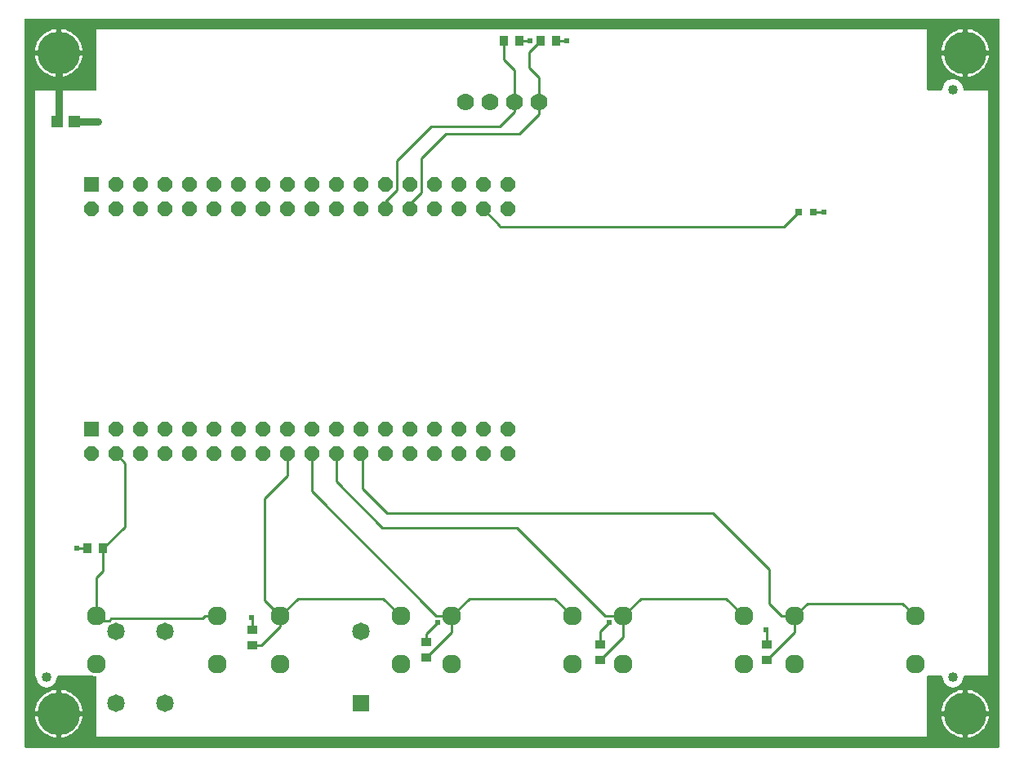
<source format=gbr>
G04 EAGLE Gerber RS-274X export*
G75*
%MOMM*%
%FSLAX34Y34*%
%LPD*%
%INTop Copper*%
%IPPOS*%
%AMOC8*
5,1,8,0,0,1.08239X$1,22.5*%
G01*
%ADD10R,0.800000X0.800000*%
%ADD11C,1.016000*%
%ADD12C,1.820000*%
%ADD13R,1.820000X1.820000*%
%ADD14C,4.445000*%
%ADD15R,0.949959X1.031241*%
%ADD16R,1.031241X0.949959*%
%ADD17R,1.143000X1.270000*%
%ADD18C,1.960000*%
%ADD19C,1.778000*%
%ADD20R,1.524000X1.524000*%
%ADD21P,1.649562X8X22.500000*%
%ADD22C,0.254000*%
%ADD23C,0.609600*%
%ADD24C,0.736600*%

G36*
X1013444Y758308D02*
X1013444Y758308D01*
X1013437Y758427D01*
X1013424Y758465D01*
X1013419Y758506D01*
X1013376Y758616D01*
X1013339Y758729D01*
X1013317Y758764D01*
X1013302Y758801D01*
X1013233Y758897D01*
X1013169Y758998D01*
X1013139Y759026D01*
X1013116Y759059D01*
X1013024Y759135D01*
X1012937Y759216D01*
X1012902Y759236D01*
X1012871Y759261D01*
X1012763Y759312D01*
X1012659Y759370D01*
X1012619Y759380D01*
X1012583Y759397D01*
X1012466Y759419D01*
X1012351Y759449D01*
X1012291Y759453D01*
X1012271Y759457D01*
X1012250Y759455D01*
X1012190Y759459D01*
X3810Y759459D01*
X3692Y759444D01*
X3573Y759437D01*
X3535Y759424D01*
X3494Y759419D01*
X3384Y759376D01*
X3271Y759339D01*
X3236Y759317D01*
X3199Y759302D01*
X3103Y759233D01*
X3002Y759169D01*
X2974Y759139D01*
X2941Y759116D01*
X2865Y759024D01*
X2784Y758937D01*
X2764Y758902D01*
X2739Y758871D01*
X2688Y758763D01*
X2630Y758659D01*
X2620Y758619D01*
X2603Y758583D01*
X2581Y758466D01*
X2551Y758351D01*
X2547Y758291D01*
X2543Y758271D01*
X2545Y758250D01*
X2541Y758190D01*
X2541Y3810D01*
X2556Y3692D01*
X2563Y3573D01*
X2576Y3535D01*
X2581Y3494D01*
X2624Y3384D01*
X2661Y3271D01*
X2683Y3236D01*
X2698Y3199D01*
X2767Y3103D01*
X2831Y3002D01*
X2861Y2974D01*
X2884Y2941D01*
X2976Y2865D01*
X3063Y2784D01*
X3098Y2764D01*
X3129Y2739D01*
X3237Y2688D01*
X3341Y2630D01*
X3381Y2620D01*
X3417Y2603D01*
X3534Y2581D01*
X3649Y2551D01*
X3709Y2547D01*
X3729Y2543D01*
X3750Y2545D01*
X3810Y2541D01*
X1012190Y2541D01*
X1012308Y2556D01*
X1012427Y2563D01*
X1012465Y2576D01*
X1012506Y2581D01*
X1012616Y2624D01*
X1012729Y2661D01*
X1012764Y2683D01*
X1012801Y2698D01*
X1012897Y2767D01*
X1012998Y2831D01*
X1013026Y2861D01*
X1013059Y2884D01*
X1013135Y2976D01*
X1013216Y3063D01*
X1013236Y3098D01*
X1013261Y3129D01*
X1013312Y3237D01*
X1013370Y3341D01*
X1013380Y3381D01*
X1013397Y3417D01*
X1013419Y3534D01*
X1013449Y3649D01*
X1013453Y3709D01*
X1013457Y3729D01*
X1013455Y3750D01*
X1013459Y3810D01*
X1013459Y758190D01*
X1013444Y758308D01*
G37*
%LPC*%
G36*
X76200Y684531D02*
X76200Y684531D01*
X76318Y684546D01*
X76437Y684553D01*
X76475Y684566D01*
X76516Y684571D01*
X76626Y684614D01*
X76739Y684651D01*
X76774Y684673D01*
X76811Y684688D01*
X76907Y684758D01*
X77008Y684821D01*
X77036Y684851D01*
X77069Y684874D01*
X77145Y684966D01*
X77226Y685053D01*
X77246Y685088D01*
X77271Y685119D01*
X77322Y685227D01*
X77380Y685331D01*
X77390Y685371D01*
X77407Y685407D01*
X77429Y685524D01*
X77459Y685639D01*
X77463Y685700D01*
X77467Y685720D01*
X77465Y685740D01*
X77469Y685800D01*
X77469Y748031D01*
X938531Y748031D01*
X938531Y685800D01*
X938546Y685682D01*
X938553Y685563D01*
X938566Y685525D01*
X938571Y685484D01*
X938614Y685374D01*
X938651Y685261D01*
X938673Y685226D01*
X938688Y685189D01*
X938758Y685093D01*
X938821Y684992D01*
X938851Y684964D01*
X938874Y684931D01*
X938966Y684856D01*
X939053Y684774D01*
X939088Y684754D01*
X939119Y684729D01*
X939227Y684678D01*
X939331Y684620D01*
X939371Y684610D01*
X939407Y684593D01*
X939524Y684571D01*
X939639Y684541D01*
X939700Y684537D01*
X939720Y684533D01*
X939740Y684535D01*
X939800Y684531D01*
X952822Y684531D01*
X952934Y684545D01*
X953046Y684551D01*
X953091Y684565D01*
X953138Y684571D01*
X953242Y684612D01*
X953350Y684645D01*
X953390Y684670D01*
X953434Y684688D01*
X953524Y684754D01*
X953620Y684813D01*
X953653Y684847D01*
X953691Y684874D01*
X953763Y684961D01*
X953840Y685042D01*
X953864Y685083D01*
X953894Y685119D01*
X953942Y685221D01*
X953997Y685319D01*
X954020Y685388D01*
X954029Y685407D01*
X954033Y685425D01*
X954048Y685472D01*
X955619Y691332D01*
X959668Y695381D01*
X965200Y696864D01*
X970732Y695381D01*
X974781Y691332D01*
X976352Y685472D01*
X976394Y685367D01*
X976429Y685261D01*
X976454Y685221D01*
X976472Y685177D01*
X976539Y685087D01*
X976599Y684992D01*
X976633Y684960D01*
X976661Y684922D01*
X976749Y684851D01*
X976831Y684774D01*
X976872Y684751D01*
X976908Y684722D01*
X977011Y684675D01*
X977109Y684620D01*
X977155Y684609D01*
X977198Y684589D01*
X977308Y684569D01*
X977417Y684541D01*
X977489Y684536D01*
X977511Y684533D01*
X977529Y684534D01*
X977578Y684531D01*
X1002031Y684531D01*
X1002031Y77469D01*
X977578Y77469D01*
X977466Y77455D01*
X977354Y77449D01*
X977348Y77447D01*
X977341Y77447D01*
X977302Y77434D01*
X977262Y77429D01*
X977157Y77388D01*
X977050Y77355D01*
X977045Y77351D01*
X977038Y77349D01*
X977004Y77327D01*
X976966Y77312D01*
X976875Y77246D01*
X976780Y77187D01*
X976775Y77182D01*
X976770Y77179D01*
X976742Y77149D01*
X976709Y77126D01*
X976637Y77039D01*
X976560Y76958D01*
X976556Y76952D01*
X976552Y76947D01*
X976532Y76912D01*
X976506Y76881D01*
X976458Y76779D01*
X976403Y76681D01*
X976400Y76672D01*
X976398Y76669D01*
X976395Y76658D01*
X976380Y76612D01*
X976371Y76593D01*
X976367Y76575D01*
X976352Y76528D01*
X974781Y70668D01*
X970732Y66619D01*
X965200Y65136D01*
X959668Y66619D01*
X955619Y70668D01*
X954048Y76528D01*
X954006Y76632D01*
X953971Y76739D01*
X953950Y76774D01*
X953935Y76811D01*
X953931Y76817D01*
X953928Y76823D01*
X953861Y76913D01*
X953801Y77008D01*
X953772Y77036D01*
X953748Y77069D01*
X953743Y77073D01*
X953739Y77078D01*
X953652Y77149D01*
X953569Y77226D01*
X953534Y77246D01*
X953503Y77271D01*
X953497Y77274D01*
X953492Y77278D01*
X953390Y77325D01*
X953291Y77380D01*
X953252Y77390D01*
X953215Y77407D01*
X953208Y77408D01*
X953202Y77411D01*
X953092Y77431D01*
X952983Y77459D01*
X952923Y77463D01*
X952903Y77467D01*
X952896Y77466D01*
X952889Y77467D01*
X952871Y77466D01*
X952822Y77469D01*
X939800Y77469D01*
X939682Y77454D01*
X939563Y77447D01*
X939525Y77434D01*
X939484Y77429D01*
X939374Y77386D01*
X939261Y77349D01*
X939226Y77327D01*
X939189Y77312D01*
X939093Y77243D01*
X938992Y77179D01*
X938964Y77149D01*
X938931Y77126D01*
X938856Y77034D01*
X938774Y76947D01*
X938754Y76912D01*
X938729Y76881D01*
X938678Y76773D01*
X938620Y76669D01*
X938610Y76629D01*
X938593Y76593D01*
X938571Y76476D01*
X938541Y76361D01*
X938537Y76301D01*
X938533Y76281D01*
X938535Y76260D01*
X938531Y76200D01*
X938531Y13969D01*
X77469Y13969D01*
X77469Y75690D01*
X77454Y75808D01*
X77447Y75927D01*
X77434Y75965D01*
X77429Y76006D01*
X77386Y76116D01*
X77349Y76229D01*
X77327Y76264D01*
X77312Y76301D01*
X77243Y76397D01*
X77179Y76498D01*
X77149Y76526D01*
X77126Y76559D01*
X77034Y76635D01*
X76947Y76716D01*
X76912Y76736D01*
X76881Y76761D01*
X76773Y76812D01*
X76669Y76870D01*
X76629Y76880D01*
X76593Y76897D01*
X76476Y76919D01*
X76361Y76949D01*
X76301Y76953D01*
X76281Y76957D01*
X76260Y76955D01*
X76200Y76959D01*
X74745Y76959D01*
X73747Y77373D01*
X73738Y77375D01*
X73730Y77380D01*
X73586Y77417D01*
X73441Y77457D01*
X73431Y77457D01*
X73422Y77459D01*
X73262Y77469D01*
X37778Y77469D01*
X37666Y77455D01*
X37554Y77449D01*
X37509Y77435D01*
X37462Y77429D01*
X37358Y77388D01*
X37250Y77355D01*
X37210Y77330D01*
X37166Y77312D01*
X37076Y77247D01*
X36980Y77187D01*
X36947Y77153D01*
X36909Y77126D01*
X36837Y77039D01*
X36760Y76958D01*
X36736Y76917D01*
X36706Y76881D01*
X36658Y76779D01*
X36603Y76681D01*
X36580Y76612D01*
X36571Y76593D01*
X36567Y76575D01*
X36552Y76529D01*
X34981Y70668D01*
X30932Y66619D01*
X25400Y65136D01*
X19868Y66619D01*
X15819Y70668D01*
X14248Y76528D01*
X14206Y76632D01*
X14171Y76739D01*
X14150Y76774D01*
X14135Y76811D01*
X14131Y76817D01*
X14128Y76823D01*
X14061Y76913D01*
X14001Y77008D01*
X13972Y77036D01*
X13969Y77039D01*
X13969Y684531D01*
X76200Y684531D01*
G37*
%LPD*%
%LPC*%
G36*
X40639Y726439D02*
X40639Y726439D01*
X40639Y748536D01*
X42255Y748354D01*
X44967Y747735D01*
X47592Y746817D01*
X50099Y745610D01*
X52454Y744130D01*
X54629Y742395D01*
X56595Y740429D01*
X58330Y738254D01*
X59810Y735899D01*
X61017Y733392D01*
X61935Y730767D01*
X62554Y728055D01*
X62736Y726439D01*
X40639Y726439D01*
G37*
%LPD*%
%LPC*%
G36*
X980439Y726439D02*
X980439Y726439D01*
X980439Y748536D01*
X982055Y748354D01*
X984767Y747735D01*
X987392Y746817D01*
X989899Y745610D01*
X992254Y744130D01*
X994429Y742395D01*
X996395Y740429D01*
X998130Y738254D01*
X999610Y735899D01*
X1000817Y733392D01*
X1001735Y730767D01*
X1002354Y728055D01*
X1002536Y726439D01*
X980439Y726439D01*
G37*
%LPD*%
%LPC*%
G36*
X40639Y40639D02*
X40639Y40639D01*
X40639Y62736D01*
X42255Y62554D01*
X44967Y61935D01*
X47592Y61017D01*
X50099Y59810D01*
X52454Y58330D01*
X54629Y56595D01*
X56595Y54629D01*
X58330Y52454D01*
X59810Y50099D01*
X61017Y47592D01*
X61935Y44967D01*
X62554Y42255D01*
X62736Y40639D01*
X40639Y40639D01*
G37*
%LPD*%
%LPC*%
G36*
X980439Y40639D02*
X980439Y40639D01*
X980439Y62736D01*
X982055Y62554D01*
X984767Y61935D01*
X987392Y61017D01*
X989899Y59810D01*
X992254Y58330D01*
X994429Y56595D01*
X996395Y54629D01*
X998130Y52454D01*
X999610Y50099D01*
X1000817Y47592D01*
X1001735Y44967D01*
X1002354Y42255D01*
X1002536Y40639D01*
X980439Y40639D01*
G37*
%LPD*%
%LPC*%
G36*
X13464Y726439D02*
X13464Y726439D01*
X13646Y728055D01*
X14265Y730767D01*
X15183Y733392D01*
X16390Y735899D01*
X17870Y738254D01*
X19605Y740429D01*
X21571Y742395D01*
X23746Y744130D01*
X26101Y745610D01*
X28608Y746817D01*
X31233Y747735D01*
X33945Y748354D01*
X35561Y748536D01*
X35561Y726439D01*
X13464Y726439D01*
G37*
%LPD*%
%LPC*%
G36*
X953264Y726439D02*
X953264Y726439D01*
X953446Y728055D01*
X954065Y730767D01*
X954983Y733392D01*
X956190Y735899D01*
X957670Y738254D01*
X959405Y740429D01*
X961371Y742395D01*
X963546Y744130D01*
X965901Y745610D01*
X968408Y746817D01*
X971033Y747735D01*
X973745Y748354D01*
X975361Y748536D01*
X975361Y726439D01*
X953264Y726439D01*
G37*
%LPD*%
%LPC*%
G36*
X40639Y721361D02*
X40639Y721361D01*
X62736Y721361D01*
X62554Y719745D01*
X61935Y717033D01*
X61017Y714408D01*
X59810Y711901D01*
X58330Y709546D01*
X56595Y707371D01*
X54629Y705405D01*
X52454Y703670D01*
X50099Y702190D01*
X47592Y700983D01*
X44967Y700065D01*
X42255Y699446D01*
X40639Y699264D01*
X40639Y721361D01*
G37*
%LPD*%
%LPC*%
G36*
X980439Y721361D02*
X980439Y721361D01*
X1002536Y721361D01*
X1002354Y719745D01*
X1001735Y717033D01*
X1000817Y714408D01*
X999610Y711901D01*
X998130Y709546D01*
X996395Y707371D01*
X994429Y705405D01*
X992254Y703670D01*
X989899Y702190D01*
X987392Y700983D01*
X984767Y700065D01*
X982055Y699446D01*
X980439Y699264D01*
X980439Y721361D01*
G37*
%LPD*%
%LPC*%
G36*
X13464Y40639D02*
X13464Y40639D01*
X13646Y42255D01*
X14265Y44967D01*
X15183Y47592D01*
X16390Y50099D01*
X17870Y52454D01*
X19605Y54629D01*
X21571Y56595D01*
X23746Y58330D01*
X26101Y59810D01*
X28608Y61017D01*
X31233Y61935D01*
X33945Y62554D01*
X35561Y62736D01*
X35561Y40639D01*
X13464Y40639D01*
G37*
%LPD*%
%LPC*%
G36*
X953264Y40639D02*
X953264Y40639D01*
X953446Y42255D01*
X954065Y44967D01*
X954983Y47592D01*
X956190Y50099D01*
X957670Y52454D01*
X959405Y54629D01*
X961371Y56595D01*
X963546Y58330D01*
X965901Y59810D01*
X968408Y61017D01*
X971033Y61935D01*
X973745Y62554D01*
X975361Y62736D01*
X975361Y40639D01*
X953264Y40639D01*
G37*
%LPD*%
%LPC*%
G36*
X980439Y35561D02*
X980439Y35561D01*
X1002536Y35561D01*
X1002354Y33945D01*
X1001735Y31233D01*
X1000817Y28608D01*
X999610Y26101D01*
X998130Y23746D01*
X996395Y21571D01*
X994429Y19605D01*
X992254Y17870D01*
X989899Y16390D01*
X987392Y15183D01*
X984767Y14265D01*
X982055Y13646D01*
X980439Y13464D01*
X980439Y35561D01*
G37*
%LPD*%
%LPC*%
G36*
X40639Y35561D02*
X40639Y35561D01*
X62736Y35561D01*
X62554Y33945D01*
X61935Y31233D01*
X61017Y28608D01*
X59810Y26101D01*
X58330Y23746D01*
X56595Y21571D01*
X54629Y19605D01*
X52454Y17870D01*
X50099Y16390D01*
X47592Y15183D01*
X44967Y14265D01*
X42255Y13646D01*
X40639Y13464D01*
X40639Y35561D01*
G37*
%LPD*%
%LPC*%
G36*
X33945Y699446D02*
X33945Y699446D01*
X31233Y700065D01*
X28608Y700983D01*
X26101Y702190D01*
X23746Y703670D01*
X21571Y705405D01*
X19605Y707371D01*
X17870Y709546D01*
X16390Y711901D01*
X15183Y714408D01*
X14265Y717033D01*
X13646Y719745D01*
X13464Y721361D01*
X35561Y721361D01*
X35561Y699264D01*
X33945Y699446D01*
G37*
%LPD*%
%LPC*%
G36*
X973745Y699446D02*
X973745Y699446D01*
X971033Y700065D01*
X968408Y700983D01*
X965901Y702190D01*
X963546Y703670D01*
X961371Y705405D01*
X959405Y707371D01*
X957670Y709546D01*
X956190Y711901D01*
X954983Y714408D01*
X954065Y717033D01*
X953446Y719745D01*
X953264Y721361D01*
X975361Y721361D01*
X975361Y699264D01*
X973745Y699446D01*
G37*
%LPD*%
%LPC*%
G36*
X973745Y13646D02*
X973745Y13646D01*
X971033Y14265D01*
X968408Y15183D01*
X965901Y16390D01*
X963546Y17870D01*
X961371Y19605D01*
X959405Y21571D01*
X957670Y23746D01*
X956190Y26101D01*
X954983Y28608D01*
X954065Y31233D01*
X953446Y33945D01*
X953264Y35561D01*
X975361Y35561D01*
X975361Y13464D01*
X973745Y13646D01*
G37*
%LPD*%
%LPC*%
G36*
X33945Y13646D02*
X33945Y13646D01*
X31233Y14265D01*
X28608Y15183D01*
X26101Y16390D01*
X23746Y17870D01*
X21571Y19605D01*
X19605Y21571D01*
X17870Y23746D01*
X16390Y26101D01*
X15183Y28608D01*
X14265Y31233D01*
X13646Y33945D01*
X13464Y35561D01*
X35561Y35561D01*
X35561Y13464D01*
X33945Y13646D01*
G37*
%LPD*%
%LPC*%
G36*
X977899Y723899D02*
X977899Y723899D01*
X977899Y723901D01*
X977901Y723901D01*
X977901Y723899D01*
X977899Y723899D01*
G37*
%LPD*%
%LPC*%
G36*
X38099Y723899D02*
X38099Y723899D01*
X38099Y723901D01*
X38101Y723901D01*
X38101Y723899D01*
X38099Y723899D01*
G37*
%LPD*%
%LPC*%
G36*
X977899Y38099D02*
X977899Y38099D01*
X977899Y38101D01*
X977901Y38101D01*
X977901Y38099D01*
X977899Y38099D01*
G37*
%LPD*%
%LPC*%
G36*
X38099Y38099D02*
X38099Y38099D01*
X38099Y38101D01*
X38101Y38101D01*
X38101Y38099D01*
X38099Y38099D01*
G37*
%LPD*%
D10*
X805300Y558800D03*
X820300Y558800D03*
D11*
X965200Y685800D03*
X965200Y76200D03*
X25400Y76200D03*
D12*
X148200Y48700D03*
X97800Y48700D03*
X148200Y123700D03*
X97800Y123700D03*
D13*
X351200Y48700D03*
D12*
X351200Y123700D03*
D14*
X977900Y38100D03*
X38100Y38100D03*
X977900Y723900D03*
X38100Y723900D03*
D15*
X538099Y736600D03*
X554101Y736600D03*
X499999Y736600D03*
X516001Y736600D03*
X84201Y209550D03*
X68199Y209550D03*
D16*
X238760Y108839D03*
X238760Y124841D03*
X419100Y96139D03*
X419100Y112141D03*
X599440Y93599D03*
X599440Y109601D03*
X772160Y93599D03*
X772160Y109601D03*
D17*
X54610Y652780D03*
X36830Y652780D03*
D18*
X202200Y139300D03*
X202200Y89300D03*
X77200Y89300D03*
X77200Y139300D03*
X392700Y139300D03*
X392700Y89300D03*
X267700Y89300D03*
X267700Y139300D03*
X570500Y139300D03*
X570500Y89300D03*
X445500Y89300D03*
X445500Y139300D03*
X748300Y139300D03*
X748300Y89300D03*
X623300Y89300D03*
X623300Y139300D03*
X926100Y139300D03*
X926100Y89300D03*
X801100Y89300D03*
X801100Y139300D03*
D19*
X535940Y673100D03*
X510540Y673100D03*
X485140Y673100D03*
X459740Y673100D03*
D20*
X71800Y587000D03*
D21*
X71800Y561600D03*
X97200Y587000D03*
X97200Y561600D03*
X122600Y587000D03*
X122600Y561600D03*
X148000Y587000D03*
X148000Y561600D03*
X173400Y587000D03*
X173400Y561600D03*
X198800Y587000D03*
X198800Y561600D03*
X224200Y587000D03*
X224200Y561600D03*
X249600Y587000D03*
X249600Y561600D03*
X275000Y587000D03*
X275000Y561600D03*
X300400Y587000D03*
X300400Y561600D03*
X325800Y587000D03*
X325800Y561600D03*
X351200Y587000D03*
X351200Y561600D03*
X376600Y587000D03*
X376600Y561600D03*
X402000Y587000D03*
X402000Y561600D03*
X427400Y587000D03*
X427400Y561600D03*
X452800Y587000D03*
X452800Y561600D03*
X478200Y587000D03*
X478200Y561600D03*
X503600Y587000D03*
X503600Y561600D03*
D20*
X71800Y333000D03*
D21*
X71800Y307600D03*
X97200Y333000D03*
X97200Y307600D03*
X122600Y333000D03*
X122600Y307600D03*
X148000Y333000D03*
X148000Y307600D03*
X173400Y333000D03*
X173400Y307600D03*
X198800Y333000D03*
X198800Y307600D03*
X224200Y333000D03*
X224200Y307600D03*
X249600Y333000D03*
X249600Y307600D03*
X275000Y333000D03*
X275000Y307600D03*
X300400Y333000D03*
X300400Y307600D03*
X325800Y333000D03*
X325800Y307600D03*
X351200Y333000D03*
X351200Y307600D03*
X376600Y333000D03*
X376600Y307600D03*
X402000Y333000D03*
X402000Y307600D03*
X427400Y333000D03*
X427400Y307600D03*
X452800Y333000D03*
X452800Y307600D03*
X478200Y333000D03*
X478200Y307600D03*
X503600Y333000D03*
X503600Y307600D03*
D22*
X516001Y736600D02*
X527050Y736600D01*
D23*
X527050Y736600D03*
D22*
X554101Y736600D02*
X565150Y736600D01*
D23*
X565150Y736600D03*
D22*
X68199Y209550D02*
X57150Y209550D01*
D23*
X57150Y209550D03*
D22*
X237704Y137374D02*
X238760Y136318D01*
X238760Y124841D01*
D23*
X237704Y137374D03*
D22*
X419100Y120650D02*
X430744Y132294D01*
X419100Y120650D02*
X419100Y112141D01*
D23*
X430744Y132294D03*
D22*
X599440Y123190D02*
X608544Y132294D01*
X599440Y123190D02*
X599440Y109601D01*
D23*
X608544Y132294D03*
D22*
X772160Y125730D02*
X772160Y109601D01*
X771104Y124674D02*
X772160Y125730D01*
D23*
X771104Y124674D03*
D22*
X820300Y558800D02*
X831850Y558800D01*
D23*
X831850Y558800D03*
D24*
X78740Y652780D02*
X54610Y652780D01*
D23*
X78740Y652780D03*
D22*
X402000Y567100D02*
X402000Y561600D01*
X402000Y567100D02*
X414020Y579120D01*
X414020Y614680D02*
X439420Y640080D01*
X535940Y660400D02*
X535940Y673100D01*
X414020Y614680D02*
X414020Y579120D01*
X439420Y640080D02*
X515620Y640080D01*
X535940Y660400D01*
X535940Y673100D02*
X535940Y698500D01*
X525780Y708660D01*
X525780Y724281D01*
X538099Y736600D01*
X376600Y569640D02*
X376600Y561600D01*
X376600Y569640D02*
X388620Y581660D01*
X388620Y612140D01*
X424180Y647700D01*
X495300Y647700D01*
X510540Y662940D01*
X510540Y673100D01*
X510540Y706120D01*
X499999Y716661D02*
X499999Y736600D01*
X499999Y716661D02*
X510540Y706120D01*
X77200Y178800D02*
X77200Y139300D01*
X84201Y185801D02*
X84201Y209550D01*
X84201Y185801D02*
X77200Y178800D01*
X77200Y139300D02*
X81880Y134620D01*
X90463Y134620D02*
X92453Y136610D01*
X187410Y136610D01*
X190100Y139300D02*
X202200Y139300D01*
X90463Y134620D02*
X81880Y134620D01*
X187410Y136610D02*
X190100Y139300D01*
X106680Y232029D02*
X84201Y209550D01*
X106680Y298120D02*
X97200Y307600D01*
X106680Y298120D02*
X106680Y232029D01*
X238760Y108839D02*
X248539Y108839D01*
X267700Y128000D02*
X267700Y139300D01*
X267700Y128000D02*
X248539Y108839D01*
X267700Y139300D02*
X285880Y157480D01*
X374520Y157480D02*
X392700Y139300D01*
X374520Y157480D02*
X285880Y157480D01*
X267700Y139300D02*
X251460Y155540D01*
X275000Y285160D02*
X275000Y307600D01*
X251460Y261620D02*
X251460Y155540D01*
X251460Y261620D02*
X275000Y285160D01*
X445500Y122539D02*
X419100Y96139D01*
X445500Y122539D02*
X445500Y139300D01*
X463680Y157480D01*
X552320Y157480D02*
X570500Y139300D01*
X552320Y157480D02*
X463680Y157480D01*
X445500Y139300D02*
X429660Y139300D01*
X300400Y268560D02*
X300400Y307600D01*
X300400Y268560D02*
X429660Y139300D01*
X599440Y93599D02*
X623300Y117459D01*
X623300Y139300D01*
X641480Y157480D01*
X730120Y157480D02*
X748300Y139300D01*
X730120Y157480D02*
X641480Y157480D01*
X623300Y139300D02*
X604920Y139300D01*
X325800Y278720D02*
X325800Y307600D01*
X513080Y231140D02*
X604920Y139300D01*
X513080Y231140D02*
X373380Y231140D01*
X325800Y278720D01*
X772160Y93599D02*
X801100Y122539D01*
X801100Y139300D01*
X814200Y152400D01*
X913000Y152400D02*
X926100Y139300D01*
X913000Y152400D02*
X814200Y152400D01*
X353060Y305740D02*
X351200Y307600D01*
X353060Y305740D02*
X353060Y271780D01*
X378460Y246380D01*
X716280Y246380D02*
X774700Y187960D01*
X774700Y152400D01*
X787800Y139300D01*
X801100Y139300D01*
X716280Y246380D02*
X378460Y246380D01*
X495300Y544500D02*
X478200Y561600D01*
X495300Y544500D02*
X495300Y543560D01*
X790060Y543560D02*
X805300Y558800D01*
X790060Y543560D02*
X495300Y543560D01*
D24*
X38100Y654050D02*
X38100Y723900D01*
X38100Y654050D02*
X36830Y652780D01*
M02*

</source>
